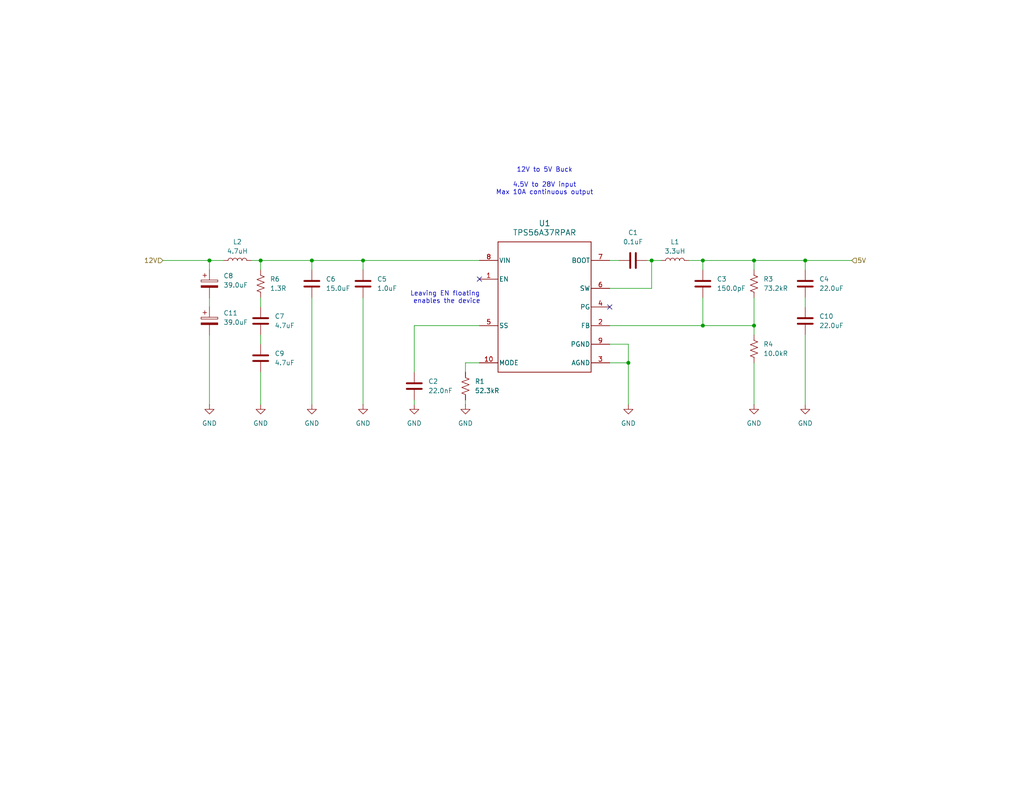
<source format=kicad_sch>
(kicad_sch (version 20250114) (generator "eeschema") (generator_version "9.0")
  (paper "USLetter")
  (lib_symbols
    (symbol "Device:C" (pin_numbers (hide yes)) (pin_names (offset 0.254))
      (property "Reference" "C" (at 0.635 2.54 0))
      (property "Value" "C" (at 0.635 -2.54 0))
      (symbol "C_0_1"
        (polyline (pts (xy -2.032 0.762) (xy 2.032 0.762)) (stroke (width 0.508)))
        (polyline (pts (xy -2.032 -0.762) (xy 2.032 -0.762)) (stroke (width 0.508)))
      )
      (symbol "C_1_1"
        (pin passive line (at 0 3.81 270) (length 2.794) (name "~") (number "1"))
        (pin passive line (at 0 -3.81 90) (length 2.794) (name "~") (number "2"))
      )
    )
    (symbol "Device:C_Polarized" (pin_numbers (hide yes)) (pin_names (offset 0.254))
      (property "Reference" "C" (at 0.635 2.54 0))
      (property "Value" "C_Polarized" (at 0.635 -2.54 0))
      (symbol "C_Polarized_0_1"
        (rectangle (start -2.286 0.508) (end 2.286 1.016))
        (polyline (pts (xy -1.778 2.286) (xy -0.762 2.286)))
        (polyline (pts (xy -1.27 2.794) (xy -1.27 1.778)))
        (rectangle (start 2.286 -0.508) (end -2.286 -1.016) (fill (type outline)))
      )
      (symbol "C_Polarized_1_1"
        (pin passive line (at 0 3.81 270) (length 2.794) (name "~") (number "1"))
        (pin passive line (at 0 -3.81 90) (length 2.794) (name "~") (number "2"))
      )
    )
    (symbol "Device:L" (pin_numbers (hide yes)) (pin_names (offset 1.016) (hide yes))
      (property "Reference" "L" (at -1.27 0 90))
      (property "Value" "L" (at 1.905 0 90))
      (symbol "L_0_1"
        (arc (start 0 2.54) (mid 0.6323 1.905) (end 0 1.27))
        (arc (start 0 1.27) (mid 0.6323 0.635) (end 0 0))
        (arc (start 0 0) (mid 0.6323 -0.635) (end 0 -1.27))
        (arc (start 0 -1.27) (mid 0.6323 -1.905) (end 0 -2.54))
      )
      (symbol "L_1_1"
        (pin passive line (at 0 3.81 270) (length 1.27) (name "1") (number "1"))
        (pin passive line (at 0 -3.81 90) (length 1.27) (name "2") (number "2"))
      )
    )
    (symbol "Device:R_US" (pin_numbers (hide yes)) (pin_names (offset 0))
      (property "Reference" "R" (at 2.54 0 90))
      (property "Value" "R_US" (at -2.54 0 90))
      (symbol "R_US_0_1"
        (polyline (pts (xy 0 2.286) (xy 0 2.54)))
        (polyline (pts (xy 0 2.286) (xy 1.016 1.905) (xy 0 1.524) (xy -1.016 1.143) (xy 0 0.762)))
        (polyline (pts (xy 0 0.762) (xy 1.016 0.381) (xy 0 0) (xy -1.016 -0.381) (xy 0 -0.762)))
        (polyline (pts (xy 0 -0.762) (xy 1.016 -1.143) (xy 0 -1.524) (xy -1.016 -1.905) (xy 0 -2.286)))
        (polyline (pts (xy 0 -2.286) (xy 0 -2.54)))
      )
      (symbol "R_US_1_1"
        (pin passive line (at 0 3.81 270) (length 1.27) (name "~") (number "1"))
        (pin passive line (at 0 -3.81 90) (length 1.27) (name "~") (number "2"))
      )
    )
    (symbol "TPS56A37RPAR:TPS56A37RPAR" (pin_names (offset 0.254))
      (property "Reference" "U" (at 0 2.54 0))
      (property "Value" "TPS56A37RPAR" (at 17.272 10.16 0))
      (symbol "TPS56A37RPAR_0_1"
        (polyline (pts (xy 5.08 5.08) (xy 5.08 -30.48)) (stroke (width 0.2032)))
        (polyline (pts (xy 5.08 -30.48) (xy 30.48 -30.48)) (stroke (width 0.2032)))
        (polyline (pts (xy 30.48 5.08) (xy 5.08 5.08)) (stroke (width 0.2032)))
        (polyline (pts (xy 30.48 -30.48) (xy 30.48 5.08)) (stroke (width 0.2032)))
        (pin power_in line (at 0 0 0) (length 5.08) (name "VIN") (number "8"))
        (pin input line (at 0 -5.08 0) (length 5.08) (name "EN") (number "1"))
        (pin open_collector line (at 35.56 -12.7 180) (length 5.08) (name "PG") (number "4"))
        (pin power_in line (at 35.56 -22.86 180) (length 5.08) (name "PGND") (number "9"))
        (pin power_in line (at 35.56 -27.94 180) (length 5.08) (name "AGND") (number "3"))
      )
      (symbol "TPS56A37RPAR_1_1"
        (pin input line (at 0 -17.78 0) (length 5.08) (name "SS") (number "5"))
        (pin input line (at 0 -27.94 0) (length 5.08) (name "MODE") (number "10"))
        (pin passive line (at 35.56 0 180) (length 5.08) (name "BOOT") (number "7"))
        (pin power_out line (at 35.56 -7.62 180) (length 5.08) (name "SW") (number "6"))
        (pin input line (at 35.56 -17.78 180) (length 5.08) (name "FB") (number "2"))
      )
    )
    (symbol "power:GND" (power) (pin_numbers (hide yes)) (pin_names (offset 0) (hide yes))
      (property "Value" "GND" (at 0 -3.81 0))
      (symbol "GND_0_1"
        (polyline (pts (xy 0 0) (xy 0 -1.27) (xy 1.27 -1.27) (xy 0 -2.54) (xy -1.27 -1.27) (xy 0 -1.27)))
      )
      (symbol "GND_1_1"
        (pin power_in line (at 0 0 270) (length 0) (name "~") (number "1"))
      )
    )
  )
  (text "Leaving EN floating \nenables the device" (at 121.92 81.28 0) (effects (font (size 1.27 1.27))))
  (text "12V to 5V Buck\n\n4.5V to 28V input\nMax 10A continuous output\n" (at 148.59 49.53 0) (effects (font (size 1.27 1.27))))
  (junction (at 177.8 71.12))
  (junction (at 171.45 99.06))
  (junction (at 191.77 71.12))
  (junction (at 85.09 71.12))
  (junction (at 57.15 71.12))
  (junction (at 205.74 71.12))
  (junction (at 191.77 88.9))
  (junction (at 205.74 88.9))
  (junction (at 99.06 71.12))
  (junction (at 219.71 71.12))
  (junction (at 71.12 71.12))
  (no_connect (at 166.37 83.82))
  (no_connect (at 130.81 76.2))
  (wire (pts (xy 177.8 71.12) (xy 177.8 78.74)))
  (wire (pts (xy 166.37 78.74) (xy 177.8 78.74)))
  (wire (pts (xy 71.12 101.6) (xy 71.12 110.49)))
  (wire (pts (xy 176.53 71.12) (xy 177.8 71.12)))
  (wire (pts (xy 57.15 91.44) (xy 57.15 110.49)))
  (wire (pts (xy 71.12 73.66) (xy 71.12 71.12)))
  (wire (pts (xy 166.37 93.98) (xy 171.45 93.98)))
  (wire (pts (xy 127 109.22) (xy 127 110.49)))
  (wire (pts (xy 85.09 71.12) (xy 99.06 71.12)))
  (wire (pts (xy 187.96 71.12) (xy 191.77 71.12)))
  (wire (pts (xy 57.15 81.28) (xy 57.15 83.82)))
  (wire (pts (xy 85.09 71.12) (xy 85.09 73.66)))
  (wire (pts (xy 130.81 99.06) (xy 127 99.06)))
  (wire (pts (xy 219.71 81.28) (xy 219.71 83.82)))
  (wire (pts (xy 177.8 71.12) (xy 180.34 71.12)))
  (wire (pts (xy 205.74 71.12) (xy 205.74 73.66)))
  (wire (pts (xy 113.03 88.9) (xy 113.03 101.6)))
  (wire (pts (xy 57.15 71.12) (xy 57.15 73.66)))
  (wire (pts (xy 166.37 71.12) (xy 168.91 71.12)))
  (wire (pts (xy 205.74 99.06) (xy 205.74 110.49)))
  (wire (pts (xy 171.45 99.06) (xy 171.45 110.49)))
  (wire (pts (xy 113.03 109.22) (xy 113.03 110.49)))
  (wire (pts (xy 171.45 99.06) (xy 166.37 99.06)))
  (wire (pts (xy 191.77 71.12) (xy 191.77 73.66)))
  (wire (pts (xy 219.71 71.12) (xy 232.41 71.12)))
  (wire (pts (xy 219.71 71.12) (xy 219.71 73.66)))
  (wire (pts (xy 166.37 88.9) (xy 191.77 88.9)))
  (wire (pts (xy 127 99.06) (xy 127 101.6)))
  (wire (pts (xy 57.15 71.12) (xy 60.96 71.12)))
  (wire (pts (xy 99.06 81.28) (xy 99.06 110.49)))
  (wire (pts (xy 85.09 81.28) (xy 85.09 110.49)))
  (wire (pts (xy 71.12 81.28) (xy 71.12 83.82)))
  (wire (pts (xy 205.74 71.12) (xy 219.71 71.12)))
  (wire (pts (xy 71.12 91.44) (xy 71.12 93.98)))
  (wire (pts (xy 171.45 93.98) (xy 171.45 99.06)))
  (wire (pts (xy 99.06 71.12) (xy 99.06 73.66)))
  (wire (pts (xy 68.58 71.12) (xy 71.12 71.12)))
  (wire (pts (xy 219.71 91.44) (xy 219.71 110.49)))
  (wire (pts (xy 191.77 88.9) (xy 205.74 88.9)))
  (wire (pts (xy 113.03 88.9) (xy 130.81 88.9)))
  (wire (pts (xy 205.74 81.28) (xy 205.74 88.9)))
  (wire (pts (xy 205.74 91.44) (xy 205.74 88.9)))
  (wire (pts (xy 191.77 71.12) (xy 205.74 71.12)))
  (wire (pts (xy 99.06 71.12) (xy 130.81 71.12)))
  (wire (pts (xy 71.12 71.12) (xy 85.09 71.12)))
  (wire (pts (xy 44.45 71.12) (xy 57.15 71.12)))
  (wire (pts (xy 191.77 81.28) (xy 191.77 88.9)))
  (hierarchical_label "5V" (shape input) (at 232.41 71.12 0))
  (hierarchical_label "12V" (shape input) (at 44.45 71.12 180))
  (symbol (lib_id "Device:C") (at 219.71 87.63 0) (unit 1)
    (property "Reference" "C10" (at 223.52 86.3599 0) (effects (justify left)))
    (property "Value" "22.0uF" (at 223.52 88.8999 0) (effects (justify left)))
    (property "Description" "Unpolarized capacitor" (effects (hide yes)))
  )
  (symbol (lib_id "Device:C") (at 172.72 71.12 90) (unit 1)
    (property "Reference" "C1" (at 172.72 63.5 90))
    (property "Value" "0.1uF" (at 172.72 66.04 90))
    (property "Description" "Unpolarized capacitor" (effects (hide yes)))
  )
  (symbol (lib_id "power:GND") (at 171.45 110.49 0) (unit 1)
    (property "Reference" "#PWR0102" (effects (hide yes)))
    (property "Value" "GND" (at 171.45 115.57 0))
    (property "Description" "Power symbol creates a global label with name \"GND\" , ground" (effects (hide yes)))
  )
  (symbol (lib_id "Device:R_US") (at 127 105.41 180) (unit 1)
    (property "Reference" "R1" (at 129.54 104.1399 0) (effects (justify right)))
    (property "Value" "52.3kR" (at 129.54 106.6799 0) (effects (justify right)))
    (property "Description" "Resistor, US symbol" (effects (hide yes)))
  )
  (symbol (lib_id "power:GND") (at 71.12 110.49 0) (unit 1)
    (property "Reference" "#PWR0103" (effects (hide yes)))
    (property "Value" "GND" (at 71.12 115.57 0))
    (property "Description" "Power symbol creates a global label with name \"GND\" , ground" (effects (hide yes)))
  )
  (symbol (lib_id "power:GND") (at 57.15 110.49 0) (unit 1)
    (property "Reference" "#PWR0104" (effects (hide yes)))
    (property "Value" "GND" (at 57.15 115.57 0))
    (property "Description" "Power symbol creates a global label with name \"GND\" , ground" (effects (hide yes)))
  )
  (symbol (lib_id "power:GND") (at 99.06 110.49 0) (unit 1)
    (property "Reference" "#PWR0105" (effects (hide yes)))
    (property "Value" "GND" (at 99.06 115.57 0))
    (property "Description" "Power symbol creates a global label with name \"GND\" , ground" (effects (hide yes)))
  )
  (symbol (lib_id "power:GND") (at 219.71 110.49 0) (unit 1)
    (property "Reference" "#PWR0101" (effects (hide yes)))
    (property "Value" "GND" (at 219.71 115.57 0))
    (property "Description" "Power symbol creates a global label with name \"GND\" , ground" (effects (hide yes)))
  )
  (symbol (lib_id "Device:R_US") (at 205.74 77.47 180) (unit 1)
    (property "Reference" "R3" (at 208.28 76.1999 0) (effects (justify right)))
    (property "Value" "73.2kR" (at 208.28 78.7399 0) (effects (justify right)))
    (property "Description" "Resistor, US symbol" (effects (hide yes)))
  )
  (symbol (lib_id "power:GND") (at 113.03 110.49 0) (unit 1)
    (property "Reference" "#PWR0106" (effects (hide yes)))
    (property "Value" "GND" (at 113.03 115.57 0))
    (property "Description" "Power symbol creates a global label with name \"GND\" , ground" (effects (hide yes)))
  )
  (symbol (lib_id "Device:L") (at 64.77 71.12 90) (unit 1)
    (property "Reference" "L2" (at 64.77 66.04 90))
    (property "Value" "4.7uH" (at 64.77 68.58 90))
    (property "Description" "Inductor" (effects (hide yes)))
  )
  (symbol (lib_id "Device:C") (at 71.12 87.63 0) (unit 1)
    (property "Reference" "C7" (at 74.93 86.3599 0) (effects (justify left)))
    (property "Value" "4.7uF" (at 74.93 88.8999 0) (effects (justify left)))
    (property "Description" "Unpolarized capacitor" (effects (hide yes)))
  )
  (symbol (lib_id "Device:C") (at 191.77 77.47 0) (unit 1)
    (property "Reference" "C3" (at 195.58 76.1999 0) (effects (justify left)))
    (property "Value" "150.0pF" (at 195.58 78.7399 0) (effects (justify left)))
    (property "Description" "Unpolarized capacitor" (effects (hide yes)))
  )
  (symbol (lib_id "power:GND") (at 85.09 110.49 0) (unit 1)
    (property "Reference" "#PWR0107" (effects (hide yes)))
    (property "Value" "GND" (at 85.09 115.57 0))
    (property "Description" "Power symbol creates a global label with name \"GND\" , ground" (effects (hide yes)))
  )
  (symbol (lib_id "Device:C") (at 219.71 77.47 0) (unit 1)
    (property "Reference" "C4" (at 223.52 76.1999 0) (effects (justify left)))
    (property "Value" "22.0uF" (at 223.52 78.7399 0) (effects (justify left)))
    (property "Description" "Unpolarized capacitor" (effects (hide yes)))
  )
  (symbol (lib_id "Device:C") (at 71.12 97.79 0) (unit 1)
    (property "Reference" "C9" (at 74.93 96.5199 0) (effects (justify left)))
    (property "Value" "4.7uF" (at 74.93 99.0599 0) (effects (justify left)))
    (property "Description" "Unpolarized capacitor" (effects (hide yes)))
  )
  (symbol (lib_id "Device:C") (at 85.09 77.47 0) (unit 1)
    (property "Reference" "C6" (at 88.9 76.1999 0) (effects (justify left)))
    (property "Value" "15.0uF" (at 88.9 78.7399 0) (effects (justify left)))
    (property "Description" "Unpolarized capacitor" (effects (hide yes)))
  )
  (symbol (lib_id "Device:R_US") (at 205.74 95.25 180) (unit 1)
    (property "Reference" "R4" (at 208.28 93.9799 0) (effects (justify right)))
    (property "Value" "10.0kR" (at 208.28 96.5199 0) (effects (justify right)))
    (property "Description" "Resistor, US symbol" (effects (hide yes)))
  )
  (symbol (lib_id "Device:C_Polarized") (at 57.15 77.47 0) (unit 1)
    (property "Reference" "C8" (at 60.96 75.3109 0) (effects (justify left)))
    (property "Value" "39.0uF" (at 60.96 77.8509 0) (effects (justify left)))
    (property "Description" "Polarized capacitor" (effects (hide yes)))
  )
  (symbol (lib_id "TPS56A37RPAR:TPS56A37RPAR") (at 130.81 71.12 0) (unit 1)
    (property "Reference" "U1" (at 148.59 60.96 0) (effects (font (size 1.524 1.524))))
    (property "Value" "TPS56A37RPAR" (at 148.59 63.5 0) (effects (font (size 1.524 1.524))))
    (property "Footprint" "TPS56A37RPAR:RPA0010A-MFG" (effects (hide yes)))
    (property "Datasheet" "https://www.ti.com/lit/gpn/tps56a37" (effects (hide yes)))
  )
  (symbol (lib_id "Device:L") (at 184.15 71.12 90) (unit 1)
    (property "Reference" "L1" (at 184.15 66.04 90))
    (property "Value" "3.3uH" (at 184.15 68.58 90))
    (property "Description" "Inductor" (effects (hide yes)))
  )
  (symbol (lib_id "Device:C") (at 113.03 105.41 180) (unit 1)
    (property "Reference" "C2" (at 116.84 104.1399 0) (effects (justify right)))
    (property "Value" "22.0nF" (at 116.84 106.6799 0) (effects (justify right)))
    (property "Description" "Unpolarized capacitor" (effects (hide yes)))
  )
  (symbol (lib_id "power:GND") (at 205.74 110.49 0) (unit 1)
    (property "Reference" "#PWR04" (effects (hide yes)))
    (property "Value" "GND" (at 205.74 115.57 0))
    (property "Description" "Power symbol creates a global label with name \"GND\" , ground" (effects (hide yes)))
  )
  (symbol (lib_id "Device:C_Polarized") (at 57.15 87.63 0) (unit 1)
    (property "Reference" "C11" (at 60.96 85.4709 0) (effects (justify left)))
    (property "Value" "39.0uF" (at 60.96 88.0109 0) (effects (justify left)))
    (property "Description" "Polarized capacitor" (effects (hide yes)))
  )
  (symbol (lib_id "Device:R_US") (at 71.12 77.47 0) (unit 1)
    (property "Reference" "R6" (at 73.66 76.1999 0) (effects (justify left)))
    (property "Value" "1.3R" (at 73.66 78.7399 0) (effects (justify left)))
    (property "Description" "Resistor, US symbol" (effects (hide yes)))
  )
  (symbol (lib_id "power:GND") (at 127 110.49 0) (unit 1)
    (property "Reference" "#PWR02" (effects (hide yes)))
    (property "Value" "GND" (at 127 115.57 0))
    (property "Description" "Power symbol creates a global label with name \"GND\" , ground" (effects (hide yes)))
  )
  (symbol (lib_id "Device:C") (at 99.06 77.47 0) (unit 1)
    (property "Reference" "C5" (at 102.87 76.1999 0) (effects (justify left)))
    (property "Value" "1.0uF" (at 102.87 78.7399 0) (effects (justify left)))
    (property "Description" "Unpolarized capacitor" (effects (hide yes)))
  )
)
</source>
